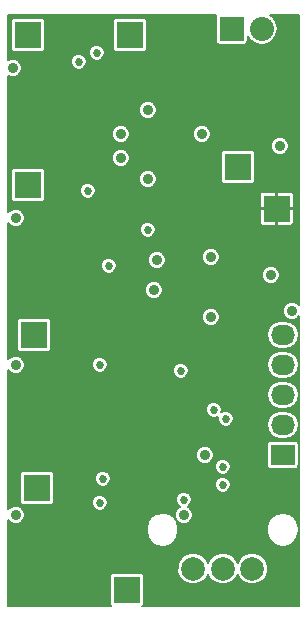
<source format=gbr>
G04 #@! TF.FileFunction,Copper,L2,Inr,Signal*
%FSLAX46Y46*%
G04 Gerber Fmt 4.6, Leading zero omitted, Abs format (unit mm)*
G04 Created by KiCad (PCBNEW 0.201505220134+5676~23~ubuntu14.04.1-product) date Mon 25 May 2015 02:30:49 PM EDT*
%MOMM*%
G01*
G04 APERTURE LIST*
%ADD10C,0.100000*%
%ADD11R,2.032000X2.032000*%
%ADD12O,2.032000X2.032000*%
%ADD13R,2.032000X1.727200*%
%ADD14O,2.032000X1.727200*%
%ADD15R,2.235200X2.235200*%
%ADD16C,2.000000*%
%ADD17C,0.889000*%
%ADD18C,0.685800*%
%ADD19C,0.152400*%
G04 APERTURE END LIST*
D10*
D11*
X97282000Y-69088000D03*
D12*
X99822000Y-69088000D03*
D13*
X101600000Y-105156000D03*
D14*
X101600000Y-102616000D03*
X101600000Y-100076000D03*
X101600000Y-97536000D03*
X101600000Y-94996000D03*
D15*
X88646000Y-69596000D03*
X101092000Y-84328000D03*
X97790000Y-80772000D03*
X88392000Y-116586000D03*
X80010000Y-69596000D03*
X80518000Y-94996000D03*
X80772000Y-107950000D03*
X80010000Y-82296000D03*
D16*
X99020000Y-114808000D03*
X96520000Y-114808000D03*
X94020000Y-114808000D03*
D17*
X93218000Y-110236000D03*
X102362000Y-92964000D03*
X101346000Y-78994000D03*
X94742000Y-77978000D03*
X94996000Y-105156000D03*
X100584000Y-89916000D03*
X92202000Y-113538000D03*
X102108000Y-72644000D03*
X99314000Y-76200000D03*
X94742000Y-80010000D03*
X94742000Y-89916000D03*
X96266000Y-105156000D03*
D18*
X85852000Y-71120000D03*
X84328000Y-71882000D03*
X92964000Y-98044000D03*
X86106000Y-97536000D03*
X86360000Y-107188000D03*
X86106000Y-109220000D03*
X96774000Y-102108000D03*
X90170000Y-86106000D03*
X85090000Y-82804000D03*
X86868000Y-89154000D03*
D17*
X87884000Y-77978000D03*
X90170000Y-75946000D03*
X87884000Y-80010000D03*
X90170000Y-81788000D03*
X78994000Y-85090000D03*
X78740000Y-72390000D03*
X78994000Y-110236000D03*
X78994000Y-97536000D03*
X90932000Y-88646000D03*
X90678000Y-91186000D03*
X95504000Y-88392000D03*
X95504000Y-93472000D03*
D18*
X95758000Y-101346000D03*
X96520000Y-107696000D03*
X93218000Y-108966000D03*
X96520000Y-106172000D03*
D19*
G36*
X102997800Y-117983800D02*
X102972574Y-117983800D01*
X102972574Y-102616000D01*
X102972574Y-100076000D01*
X102972574Y-97536000D01*
X102972574Y-94996000D01*
X102881701Y-94539153D01*
X102622918Y-94151856D01*
X102235621Y-93893073D01*
X101778774Y-93802200D01*
X101421226Y-93802200D01*
X101358834Y-93814610D01*
X101358834Y-89762579D01*
X101241141Y-89477741D01*
X101041200Y-89277450D01*
X101041200Y-85693250D01*
X101041200Y-84378800D01*
X101041200Y-84277200D01*
X101041200Y-82962750D01*
X100958650Y-82880200D01*
X99908719Y-82880200D01*
X99787357Y-82930470D01*
X99694470Y-83023357D01*
X99644200Y-83144719D01*
X99644200Y-83276081D01*
X99644200Y-84194650D01*
X99726750Y-84277200D01*
X101041200Y-84277200D01*
X101041200Y-84378800D01*
X99726750Y-84378800D01*
X99644200Y-84461350D01*
X99644200Y-85379919D01*
X99644200Y-85511281D01*
X99694470Y-85632643D01*
X99787357Y-85725530D01*
X99908719Y-85775800D01*
X100958650Y-85775800D01*
X101041200Y-85693250D01*
X101041200Y-89277450D01*
X101023405Y-89259624D01*
X100738773Y-89141435D01*
X100430579Y-89141166D01*
X100145741Y-89258859D01*
X99927624Y-89476595D01*
X99809435Y-89761227D01*
X99809166Y-90069421D01*
X99926859Y-90354259D01*
X100144595Y-90572376D01*
X100429227Y-90690565D01*
X100737421Y-90690834D01*
X101022259Y-90573141D01*
X101240376Y-90355405D01*
X101358565Y-90070773D01*
X101358834Y-89762579D01*
X101358834Y-93814610D01*
X100964379Y-93893073D01*
X100577082Y-94151856D01*
X100318299Y-94539153D01*
X100227426Y-94996000D01*
X100318299Y-95452847D01*
X100577082Y-95840144D01*
X100964379Y-96098927D01*
X101421226Y-96189800D01*
X101778774Y-96189800D01*
X102235621Y-96098927D01*
X102622918Y-95840144D01*
X102881701Y-95452847D01*
X102972574Y-94996000D01*
X102972574Y-97536000D01*
X102881701Y-97079153D01*
X102622918Y-96691856D01*
X102235621Y-96433073D01*
X101778774Y-96342200D01*
X101421226Y-96342200D01*
X100964379Y-96433073D01*
X100577082Y-96691856D01*
X100318299Y-97079153D01*
X100227426Y-97536000D01*
X100318299Y-97992847D01*
X100577082Y-98380144D01*
X100964379Y-98638927D01*
X101421226Y-98729800D01*
X101778774Y-98729800D01*
X102235621Y-98638927D01*
X102622918Y-98380144D01*
X102881701Y-97992847D01*
X102972574Y-97536000D01*
X102972574Y-100076000D01*
X102881701Y-99619153D01*
X102622918Y-99231856D01*
X102235621Y-98973073D01*
X101778774Y-98882200D01*
X101421226Y-98882200D01*
X100964379Y-98973073D01*
X100577082Y-99231856D01*
X100318299Y-99619153D01*
X100227426Y-100076000D01*
X100318299Y-100532847D01*
X100577082Y-100920144D01*
X100964379Y-101178927D01*
X101421226Y-101269800D01*
X101778774Y-101269800D01*
X102235621Y-101178927D01*
X102622918Y-100920144D01*
X102881701Y-100532847D01*
X102972574Y-100076000D01*
X102972574Y-102616000D01*
X102881701Y-102159153D01*
X102622918Y-101771856D01*
X102235621Y-101513073D01*
X101778774Y-101422200D01*
X101421226Y-101422200D01*
X100964379Y-101513073D01*
X100577082Y-101771856D01*
X100318299Y-102159153D01*
X100227426Y-102616000D01*
X100318299Y-103072847D01*
X100577082Y-103460144D01*
X100964379Y-103718927D01*
X101421226Y-103809800D01*
X101778774Y-103809800D01*
X102235621Y-103718927D01*
X102622918Y-103460144D01*
X102881701Y-103072847D01*
X102972574Y-102616000D01*
X102972574Y-117983800D01*
X102952669Y-117983800D01*
X102952669Y-106019600D01*
X102952669Y-104292400D01*
X102928241Y-104166496D01*
X102855550Y-104055838D01*
X102745813Y-103981764D01*
X102616000Y-103955731D01*
X100584000Y-103955731D01*
X100458096Y-103980159D01*
X100347438Y-104052850D01*
X100273364Y-104162587D01*
X100247331Y-104292400D01*
X100247331Y-106019600D01*
X100271759Y-106145504D01*
X100344450Y-106256162D01*
X100454187Y-106330236D01*
X100584000Y-106356269D01*
X102616000Y-106356269D01*
X102741904Y-106331841D01*
X102852562Y-106259150D01*
X102926636Y-106149413D01*
X102952669Y-106019600D01*
X102952669Y-117983800D01*
X102950200Y-117983800D01*
X102950200Y-111636019D01*
X102950200Y-111379981D01*
X102848945Y-110870935D01*
X102560593Y-110439388D01*
X102129046Y-110151036D01*
X101620000Y-110049781D01*
X101110954Y-110151036D01*
X100679407Y-110439388D01*
X100391055Y-110870935D01*
X100289800Y-111379981D01*
X100289800Y-111636019D01*
X100391055Y-112145065D01*
X100679407Y-112576612D01*
X101110954Y-112864964D01*
X101620000Y-112966219D01*
X102129046Y-112864964D01*
X102560593Y-112576612D01*
X102848945Y-112145065D01*
X102950200Y-111636019D01*
X102950200Y-117983800D01*
X100350430Y-117983800D01*
X100350430Y-114544568D01*
X100148346Y-114055487D01*
X99774481Y-113680969D01*
X99285754Y-113478032D01*
X99244269Y-113477995D01*
X99244269Y-81889600D01*
X99244269Y-79654400D01*
X99219841Y-79528496D01*
X99147150Y-79417838D01*
X99037413Y-79343764D01*
X98907600Y-79317731D01*
X96672400Y-79317731D01*
X96546496Y-79342159D01*
X96435838Y-79414850D01*
X96361764Y-79524587D01*
X96335731Y-79654400D01*
X96335731Y-81889600D01*
X96360159Y-82015504D01*
X96432850Y-82126162D01*
X96542587Y-82200236D01*
X96672400Y-82226269D01*
X98907600Y-82226269D01*
X99033504Y-82201841D01*
X99144162Y-82129150D01*
X99218236Y-82019413D01*
X99244269Y-81889600D01*
X99244269Y-113477995D01*
X98756568Y-113477570D01*
X98267487Y-113679654D01*
X97892969Y-114053519D01*
X97769948Y-114349786D01*
X97648346Y-114055487D01*
X97447217Y-113854006D01*
X97447217Y-101974699D01*
X97344959Y-101727217D01*
X97155778Y-101537706D01*
X96908475Y-101435017D01*
X96640699Y-101434783D01*
X96410451Y-101529919D01*
X96430983Y-101480475D01*
X96431217Y-101212699D01*
X96328959Y-100965217D01*
X96278834Y-100915004D01*
X96278834Y-93318579D01*
X96278834Y-88238579D01*
X96161141Y-87953741D01*
X95943405Y-87735624D01*
X95658773Y-87617435D01*
X95516834Y-87617311D01*
X95516834Y-77824579D01*
X95399141Y-77539741D01*
X95181405Y-77321624D01*
X94896773Y-77203435D01*
X94588579Y-77203166D01*
X94303741Y-77320859D01*
X94085624Y-77538595D01*
X93967435Y-77823227D01*
X93967166Y-78131421D01*
X94084859Y-78416259D01*
X94302595Y-78634376D01*
X94587227Y-78752565D01*
X94895421Y-78752834D01*
X95180259Y-78635141D01*
X95398376Y-78417405D01*
X95516565Y-78132773D01*
X95516834Y-77824579D01*
X95516834Y-87617311D01*
X95350579Y-87617166D01*
X95065741Y-87734859D01*
X94847624Y-87952595D01*
X94729435Y-88237227D01*
X94729166Y-88545421D01*
X94846859Y-88830259D01*
X95064595Y-89048376D01*
X95349227Y-89166565D01*
X95657421Y-89166834D01*
X95942259Y-89049141D01*
X96160376Y-88831405D01*
X96278565Y-88546773D01*
X96278834Y-88238579D01*
X96278834Y-93318579D01*
X96161141Y-93033741D01*
X95943405Y-92815624D01*
X95658773Y-92697435D01*
X95350579Y-92697166D01*
X95065741Y-92814859D01*
X94847624Y-93032595D01*
X94729435Y-93317227D01*
X94729166Y-93625421D01*
X94846859Y-93910259D01*
X95064595Y-94128376D01*
X95349227Y-94246565D01*
X95657421Y-94246834D01*
X95942259Y-94129141D01*
X96160376Y-93911405D01*
X96278565Y-93626773D01*
X96278834Y-93318579D01*
X96278834Y-100915004D01*
X96139778Y-100775706D01*
X95892475Y-100673017D01*
X95624699Y-100672783D01*
X95377217Y-100775041D01*
X95187706Y-100964222D01*
X95085017Y-101211525D01*
X95084783Y-101479301D01*
X95187041Y-101726783D01*
X95376222Y-101916294D01*
X95623525Y-102018983D01*
X95891301Y-102019217D01*
X96121548Y-101924080D01*
X96101017Y-101973525D01*
X96100783Y-102241301D01*
X96203041Y-102488783D01*
X96392222Y-102678294D01*
X96639525Y-102780983D01*
X96907301Y-102781217D01*
X97154783Y-102678959D01*
X97344294Y-102489778D01*
X97446983Y-102242475D01*
X97447217Y-101974699D01*
X97447217Y-113854006D01*
X97274481Y-113680969D01*
X97193217Y-113647225D01*
X97193217Y-107562699D01*
X97193217Y-106038699D01*
X97090959Y-105791217D01*
X96901778Y-105601706D01*
X96654475Y-105499017D01*
X96386699Y-105498783D01*
X96139217Y-105601041D01*
X95949706Y-105790222D01*
X95847017Y-106037525D01*
X95846783Y-106305301D01*
X95949041Y-106552783D01*
X96138222Y-106742294D01*
X96385525Y-106844983D01*
X96653301Y-106845217D01*
X96900783Y-106742959D01*
X97090294Y-106553778D01*
X97192983Y-106306475D01*
X97193217Y-106038699D01*
X97193217Y-107562699D01*
X97090959Y-107315217D01*
X96901778Y-107125706D01*
X96654475Y-107023017D01*
X96386699Y-107022783D01*
X96139217Y-107125041D01*
X95949706Y-107314222D01*
X95847017Y-107561525D01*
X95846783Y-107829301D01*
X95949041Y-108076783D01*
X96138222Y-108266294D01*
X96385525Y-108368983D01*
X96653301Y-108369217D01*
X96900783Y-108266959D01*
X97090294Y-108077778D01*
X97192983Y-107830475D01*
X97193217Y-107562699D01*
X97193217Y-113647225D01*
X96785754Y-113478032D01*
X96256568Y-113477570D01*
X95770834Y-113678271D01*
X95770834Y-105002579D01*
X95653141Y-104717741D01*
X95435405Y-104499624D01*
X95150773Y-104381435D01*
X94842579Y-104381166D01*
X94557741Y-104498859D01*
X94339624Y-104716595D01*
X94221435Y-105001227D01*
X94221166Y-105309421D01*
X94338859Y-105594259D01*
X94556595Y-105812376D01*
X94841227Y-105930565D01*
X95149421Y-105930834D01*
X95434259Y-105813141D01*
X95652376Y-105595405D01*
X95770565Y-105310773D01*
X95770834Y-105002579D01*
X95770834Y-113678271D01*
X95767487Y-113679654D01*
X95392969Y-114053519D01*
X95269948Y-114349786D01*
X95148346Y-114055487D01*
X94774481Y-113680969D01*
X94285754Y-113478032D01*
X93992834Y-113477776D01*
X93992834Y-110082579D01*
X93875141Y-109797741D01*
X93657405Y-109579624D01*
X93576665Y-109546097D01*
X93598783Y-109536959D01*
X93788294Y-109347778D01*
X93890983Y-109100475D01*
X93891217Y-108832699D01*
X93788959Y-108585217D01*
X93637217Y-108433210D01*
X93637217Y-97910699D01*
X93534959Y-97663217D01*
X93345778Y-97473706D01*
X93098475Y-97371017D01*
X92830699Y-97370783D01*
X92583217Y-97473041D01*
X92393706Y-97662222D01*
X92291017Y-97909525D01*
X92290783Y-98177301D01*
X92393041Y-98424783D01*
X92582222Y-98614294D01*
X92829525Y-98716983D01*
X93097301Y-98717217D01*
X93344783Y-98614959D01*
X93534294Y-98425778D01*
X93636983Y-98178475D01*
X93637217Y-97910699D01*
X93637217Y-108433210D01*
X93599778Y-108395706D01*
X93352475Y-108293017D01*
X93084699Y-108292783D01*
X92837217Y-108395041D01*
X92647706Y-108584222D01*
X92545017Y-108831525D01*
X92544783Y-109099301D01*
X92647041Y-109346783D01*
X92836222Y-109536294D01*
X92859431Y-109545931D01*
X92779741Y-109578859D01*
X92561624Y-109796595D01*
X92443435Y-110081227D01*
X92443166Y-110389421D01*
X92560859Y-110674259D01*
X92778595Y-110892376D01*
X93063227Y-111010565D01*
X93371421Y-111010834D01*
X93656259Y-110893141D01*
X93874376Y-110675405D01*
X93992565Y-110390773D01*
X93992834Y-110082579D01*
X93992834Y-113477776D01*
X93756568Y-113477570D01*
X93267487Y-113679654D01*
X92892969Y-114053519D01*
X92750200Y-114397345D01*
X92750200Y-111636019D01*
X92750200Y-111379981D01*
X92648945Y-110870935D01*
X92360593Y-110439388D01*
X91929046Y-110151036D01*
X91706834Y-110106835D01*
X91706834Y-88492579D01*
X91589141Y-88207741D01*
X91371405Y-87989624D01*
X91086773Y-87871435D01*
X90944834Y-87871311D01*
X90944834Y-81634579D01*
X90944834Y-75792579D01*
X90827141Y-75507741D01*
X90609405Y-75289624D01*
X90324773Y-75171435D01*
X90100269Y-75171239D01*
X90100269Y-70713600D01*
X90100269Y-68478400D01*
X90075841Y-68352496D01*
X90003150Y-68241838D01*
X89893413Y-68167764D01*
X89763600Y-68141731D01*
X87528400Y-68141731D01*
X87402496Y-68166159D01*
X87291838Y-68238850D01*
X87217764Y-68348587D01*
X87191731Y-68478400D01*
X87191731Y-70713600D01*
X87216159Y-70839504D01*
X87288850Y-70950162D01*
X87398587Y-71024236D01*
X87528400Y-71050269D01*
X89763600Y-71050269D01*
X89889504Y-71025841D01*
X90000162Y-70953150D01*
X90074236Y-70843413D01*
X90100269Y-70713600D01*
X90100269Y-75171239D01*
X90016579Y-75171166D01*
X89731741Y-75288859D01*
X89513624Y-75506595D01*
X89395435Y-75791227D01*
X89395166Y-76099421D01*
X89512859Y-76384259D01*
X89730595Y-76602376D01*
X90015227Y-76720565D01*
X90323421Y-76720834D01*
X90608259Y-76603141D01*
X90826376Y-76385405D01*
X90944565Y-76100773D01*
X90944834Y-75792579D01*
X90944834Y-81634579D01*
X90827141Y-81349741D01*
X90609405Y-81131624D01*
X90324773Y-81013435D01*
X90016579Y-81013166D01*
X89731741Y-81130859D01*
X89513624Y-81348595D01*
X89395435Y-81633227D01*
X89395166Y-81941421D01*
X89512859Y-82226259D01*
X89730595Y-82444376D01*
X90015227Y-82562565D01*
X90323421Y-82562834D01*
X90608259Y-82445141D01*
X90826376Y-82227405D01*
X90944565Y-81942773D01*
X90944834Y-81634579D01*
X90944834Y-87871311D01*
X90843217Y-87871222D01*
X90843217Y-85972699D01*
X90740959Y-85725217D01*
X90551778Y-85535706D01*
X90304475Y-85433017D01*
X90036699Y-85432783D01*
X89789217Y-85535041D01*
X89599706Y-85724222D01*
X89497017Y-85971525D01*
X89496783Y-86239301D01*
X89599041Y-86486783D01*
X89788222Y-86676294D01*
X90035525Y-86778983D01*
X90303301Y-86779217D01*
X90550783Y-86676959D01*
X90740294Y-86487778D01*
X90842983Y-86240475D01*
X90843217Y-85972699D01*
X90843217Y-87871222D01*
X90778579Y-87871166D01*
X90493741Y-87988859D01*
X90275624Y-88206595D01*
X90157435Y-88491227D01*
X90157166Y-88799421D01*
X90274859Y-89084259D01*
X90492595Y-89302376D01*
X90777227Y-89420565D01*
X91085421Y-89420834D01*
X91370259Y-89303141D01*
X91588376Y-89085405D01*
X91706565Y-88800773D01*
X91706834Y-88492579D01*
X91706834Y-110106835D01*
X91452834Y-110056312D01*
X91452834Y-91032579D01*
X91335141Y-90747741D01*
X91117405Y-90529624D01*
X90832773Y-90411435D01*
X90524579Y-90411166D01*
X90239741Y-90528859D01*
X90021624Y-90746595D01*
X89903435Y-91031227D01*
X89903166Y-91339421D01*
X90020859Y-91624259D01*
X90238595Y-91842376D01*
X90523227Y-91960565D01*
X90831421Y-91960834D01*
X91116259Y-91843141D01*
X91334376Y-91625405D01*
X91452565Y-91340773D01*
X91452834Y-91032579D01*
X91452834Y-110056312D01*
X91420000Y-110049781D01*
X90910954Y-110151036D01*
X90479407Y-110439388D01*
X90191055Y-110870935D01*
X90089800Y-111379981D01*
X90089800Y-111636019D01*
X90191055Y-112145065D01*
X90479407Y-112576612D01*
X90910954Y-112864964D01*
X91420000Y-112966219D01*
X91929046Y-112864964D01*
X92360593Y-112576612D01*
X92648945Y-112145065D01*
X92750200Y-111636019D01*
X92750200Y-114397345D01*
X92690032Y-114542246D01*
X92689570Y-115071432D01*
X92891654Y-115560513D01*
X93265519Y-115935031D01*
X93754246Y-116137968D01*
X94283432Y-116138430D01*
X94772513Y-115936346D01*
X95147031Y-115562481D01*
X95270051Y-115266213D01*
X95391654Y-115560513D01*
X95765519Y-115935031D01*
X96254246Y-116137968D01*
X96783432Y-116138430D01*
X97272513Y-115936346D01*
X97647031Y-115562481D01*
X97770051Y-115266213D01*
X97891654Y-115560513D01*
X98265519Y-115935031D01*
X98754246Y-116137968D01*
X99283432Y-116138430D01*
X99772513Y-115936346D01*
X100147031Y-115562481D01*
X100349968Y-115073754D01*
X100350430Y-114544568D01*
X100350430Y-117983800D01*
X89684280Y-117983800D01*
X89746162Y-117943150D01*
X89820236Y-117833413D01*
X89846269Y-117703600D01*
X89846269Y-115468400D01*
X89821841Y-115342496D01*
X89749150Y-115231838D01*
X89639413Y-115157764D01*
X89509600Y-115131731D01*
X88658834Y-115131731D01*
X88658834Y-79856579D01*
X88658834Y-77824579D01*
X88541141Y-77539741D01*
X88323405Y-77321624D01*
X88038773Y-77203435D01*
X87730579Y-77203166D01*
X87445741Y-77320859D01*
X87227624Y-77538595D01*
X87109435Y-77823227D01*
X87109166Y-78131421D01*
X87226859Y-78416259D01*
X87444595Y-78634376D01*
X87729227Y-78752565D01*
X88037421Y-78752834D01*
X88322259Y-78635141D01*
X88540376Y-78417405D01*
X88658565Y-78132773D01*
X88658834Y-77824579D01*
X88658834Y-79856579D01*
X88541141Y-79571741D01*
X88323405Y-79353624D01*
X88038773Y-79235435D01*
X87730579Y-79235166D01*
X87445741Y-79352859D01*
X87227624Y-79570595D01*
X87109435Y-79855227D01*
X87109166Y-80163421D01*
X87226859Y-80448259D01*
X87444595Y-80666376D01*
X87729227Y-80784565D01*
X88037421Y-80784834D01*
X88322259Y-80667141D01*
X88540376Y-80449405D01*
X88658565Y-80164773D01*
X88658834Y-79856579D01*
X88658834Y-115131731D01*
X87541217Y-115131731D01*
X87541217Y-89020699D01*
X87438959Y-88773217D01*
X87249778Y-88583706D01*
X87002475Y-88481017D01*
X86734699Y-88480783D01*
X86525217Y-88567339D01*
X86525217Y-70986699D01*
X86422959Y-70739217D01*
X86233778Y-70549706D01*
X85986475Y-70447017D01*
X85718699Y-70446783D01*
X85471217Y-70549041D01*
X85281706Y-70738222D01*
X85179017Y-70985525D01*
X85178783Y-71253301D01*
X85281041Y-71500783D01*
X85470222Y-71690294D01*
X85717525Y-71792983D01*
X85985301Y-71793217D01*
X86232783Y-71690959D01*
X86422294Y-71501778D01*
X86524983Y-71254475D01*
X86525217Y-70986699D01*
X86525217Y-88567339D01*
X86487217Y-88583041D01*
X86297706Y-88772222D01*
X86195017Y-89019525D01*
X86194783Y-89287301D01*
X86297041Y-89534783D01*
X86486222Y-89724294D01*
X86733525Y-89826983D01*
X87001301Y-89827217D01*
X87248783Y-89724959D01*
X87438294Y-89535778D01*
X87540983Y-89288475D01*
X87541217Y-89020699D01*
X87541217Y-115131731D01*
X87274400Y-115131731D01*
X87148496Y-115156159D01*
X87037838Y-115228850D01*
X87033217Y-115235695D01*
X87033217Y-107054699D01*
X86930959Y-106807217D01*
X86779217Y-106655210D01*
X86779217Y-97402699D01*
X86676959Y-97155217D01*
X86487778Y-96965706D01*
X86240475Y-96863017D01*
X85972699Y-96862783D01*
X85763217Y-96949339D01*
X85763217Y-82670699D01*
X85660959Y-82423217D01*
X85471778Y-82233706D01*
X85224475Y-82131017D01*
X85001217Y-82130821D01*
X85001217Y-71748699D01*
X84898959Y-71501217D01*
X84709778Y-71311706D01*
X84462475Y-71209017D01*
X84194699Y-71208783D01*
X83947217Y-71311041D01*
X83757706Y-71500222D01*
X83655017Y-71747525D01*
X83654783Y-72015301D01*
X83757041Y-72262783D01*
X83946222Y-72452294D01*
X84193525Y-72554983D01*
X84461301Y-72555217D01*
X84708783Y-72452959D01*
X84898294Y-72263778D01*
X85000983Y-72016475D01*
X85001217Y-71748699D01*
X85001217Y-82130821D01*
X84956699Y-82130783D01*
X84709217Y-82233041D01*
X84519706Y-82422222D01*
X84417017Y-82669525D01*
X84416783Y-82937301D01*
X84519041Y-83184783D01*
X84708222Y-83374294D01*
X84955525Y-83476983D01*
X85223301Y-83477217D01*
X85470783Y-83374959D01*
X85660294Y-83185778D01*
X85762983Y-82938475D01*
X85763217Y-82670699D01*
X85763217Y-96949339D01*
X85725217Y-96965041D01*
X85535706Y-97154222D01*
X85433017Y-97401525D01*
X85432783Y-97669301D01*
X85535041Y-97916783D01*
X85724222Y-98106294D01*
X85971525Y-98208983D01*
X86239301Y-98209217D01*
X86486783Y-98106959D01*
X86676294Y-97917778D01*
X86778983Y-97670475D01*
X86779217Y-97402699D01*
X86779217Y-106655210D01*
X86741778Y-106617706D01*
X86494475Y-106515017D01*
X86226699Y-106514783D01*
X85979217Y-106617041D01*
X85789706Y-106806222D01*
X85687017Y-107053525D01*
X85686783Y-107321301D01*
X85789041Y-107568783D01*
X85978222Y-107758294D01*
X86225525Y-107860983D01*
X86493301Y-107861217D01*
X86740783Y-107758959D01*
X86930294Y-107569778D01*
X87032983Y-107322475D01*
X87033217Y-107054699D01*
X87033217Y-115235695D01*
X86963764Y-115338587D01*
X86937731Y-115468400D01*
X86937731Y-117703600D01*
X86962159Y-117829504D01*
X87034850Y-117940162D01*
X87099497Y-117983800D01*
X86779217Y-117983800D01*
X86779217Y-109086699D01*
X86676959Y-108839217D01*
X86487778Y-108649706D01*
X86240475Y-108547017D01*
X85972699Y-108546783D01*
X85725217Y-108649041D01*
X85535706Y-108838222D01*
X85433017Y-109085525D01*
X85432783Y-109353301D01*
X85535041Y-109600783D01*
X85724222Y-109790294D01*
X85971525Y-109892983D01*
X86239301Y-109893217D01*
X86486783Y-109790959D01*
X86676294Y-109601778D01*
X86778983Y-109354475D01*
X86779217Y-109086699D01*
X86779217Y-117983800D01*
X82226269Y-117983800D01*
X82226269Y-109067600D01*
X82226269Y-106832400D01*
X82201841Y-106706496D01*
X82129150Y-106595838D01*
X82019413Y-106521764D01*
X81972269Y-106512309D01*
X81972269Y-96113600D01*
X81972269Y-93878400D01*
X81947841Y-93752496D01*
X81875150Y-93641838D01*
X81765413Y-93567764D01*
X81635600Y-93541731D01*
X81464269Y-93541731D01*
X81464269Y-83413600D01*
X81464269Y-81178400D01*
X81464269Y-70713600D01*
X81464269Y-68478400D01*
X81439841Y-68352496D01*
X81367150Y-68241838D01*
X81257413Y-68167764D01*
X81127600Y-68141731D01*
X78892400Y-68141731D01*
X78766496Y-68166159D01*
X78655838Y-68238850D01*
X78581764Y-68348587D01*
X78555731Y-68478400D01*
X78555731Y-70713600D01*
X78580159Y-70839504D01*
X78652850Y-70950162D01*
X78762587Y-71024236D01*
X78892400Y-71050269D01*
X81127600Y-71050269D01*
X81253504Y-71025841D01*
X81364162Y-70953150D01*
X81438236Y-70843413D01*
X81464269Y-70713600D01*
X81464269Y-81178400D01*
X81439841Y-81052496D01*
X81367150Y-80941838D01*
X81257413Y-80867764D01*
X81127600Y-80841731D01*
X78892400Y-80841731D01*
X78766496Y-80866159D01*
X78655838Y-80938850D01*
X78581764Y-81048587D01*
X78555731Y-81178400D01*
X78555731Y-83413600D01*
X78580159Y-83539504D01*
X78652850Y-83650162D01*
X78762587Y-83724236D01*
X78892400Y-83750269D01*
X81127600Y-83750269D01*
X81253504Y-83725841D01*
X81364162Y-83653150D01*
X81438236Y-83543413D01*
X81464269Y-83413600D01*
X81464269Y-93541731D01*
X79400400Y-93541731D01*
X79274496Y-93566159D01*
X79163838Y-93638850D01*
X79089764Y-93748587D01*
X79063731Y-93878400D01*
X79063731Y-96113600D01*
X79088159Y-96239504D01*
X79160850Y-96350162D01*
X79270587Y-96424236D01*
X79400400Y-96450269D01*
X81635600Y-96450269D01*
X81761504Y-96425841D01*
X81872162Y-96353150D01*
X81946236Y-96243413D01*
X81972269Y-96113600D01*
X81972269Y-106512309D01*
X81889600Y-106495731D01*
X79654400Y-106495731D01*
X79528496Y-106520159D01*
X79417838Y-106592850D01*
X79343764Y-106702587D01*
X79317731Y-106832400D01*
X79317731Y-109067600D01*
X79342159Y-109193504D01*
X79414850Y-109304162D01*
X79524587Y-109378236D01*
X79654400Y-109404269D01*
X81889600Y-109404269D01*
X82015504Y-109379841D01*
X82126162Y-109307150D01*
X82200236Y-109197413D01*
X82226269Y-109067600D01*
X82226269Y-117983800D01*
X78358200Y-117983800D01*
X78358200Y-110695637D01*
X78554595Y-110892376D01*
X78839227Y-111010565D01*
X79147421Y-111010834D01*
X79432259Y-110893141D01*
X79650376Y-110675405D01*
X79768565Y-110390773D01*
X79768834Y-110082579D01*
X79651141Y-109797741D01*
X79433405Y-109579624D01*
X79148773Y-109461435D01*
X78840579Y-109461166D01*
X78555741Y-109578859D01*
X78358200Y-109776054D01*
X78358200Y-97995637D01*
X78554595Y-98192376D01*
X78839227Y-98310565D01*
X79147421Y-98310834D01*
X79432259Y-98193141D01*
X79650376Y-97975405D01*
X79768565Y-97690773D01*
X79768834Y-97382579D01*
X79651141Y-97097741D01*
X79433405Y-96879624D01*
X79148773Y-96761435D01*
X78840579Y-96761166D01*
X78555741Y-96878859D01*
X78358200Y-97076054D01*
X78358200Y-85549637D01*
X78554595Y-85746376D01*
X78839227Y-85864565D01*
X79147421Y-85864834D01*
X79432259Y-85747141D01*
X79650376Y-85529405D01*
X79768565Y-85244773D01*
X79768834Y-84936579D01*
X79651141Y-84651741D01*
X79433405Y-84433624D01*
X79148773Y-84315435D01*
X78840579Y-84315166D01*
X78555741Y-84432859D01*
X78358200Y-84630054D01*
X78358200Y-73070295D01*
X78585227Y-73164565D01*
X78893421Y-73164834D01*
X79178259Y-73047141D01*
X79396376Y-72829405D01*
X79514565Y-72544773D01*
X79514834Y-72236579D01*
X79397141Y-71951741D01*
X79179405Y-71733624D01*
X78894773Y-71615435D01*
X78586579Y-71615166D01*
X78358200Y-71709530D01*
X78358200Y-67944200D01*
X95954960Y-67944200D01*
X95929331Y-68072000D01*
X95929331Y-70104000D01*
X95953759Y-70229904D01*
X96026450Y-70340562D01*
X96136187Y-70414636D01*
X96266000Y-70440669D01*
X98298000Y-70440669D01*
X98423904Y-70416241D01*
X98534562Y-70343550D01*
X98608636Y-70233813D01*
X98634669Y-70104000D01*
X98634669Y-69713944D01*
X98870093Y-70066281D01*
X99306832Y-70358101D01*
X99822000Y-70460574D01*
X100337168Y-70358101D01*
X100773907Y-70066281D01*
X101065727Y-69629542D01*
X101168200Y-69114374D01*
X101168200Y-69061626D01*
X101065727Y-68546458D01*
X100773907Y-68109719D01*
X100526190Y-67944200D01*
X102997800Y-67944200D01*
X102997800Y-92504362D01*
X102801405Y-92307624D01*
X102539800Y-92198996D01*
X102539800Y-85511281D01*
X102539800Y-85379919D01*
X102539800Y-84461350D01*
X102539800Y-84194650D01*
X102539800Y-83276081D01*
X102539800Y-83144719D01*
X102489530Y-83023357D01*
X102396643Y-82930470D01*
X102275281Y-82880200D01*
X102120834Y-82880200D01*
X102120834Y-78840579D01*
X102003141Y-78555741D01*
X101785405Y-78337624D01*
X101500773Y-78219435D01*
X101192579Y-78219166D01*
X100907741Y-78336859D01*
X100689624Y-78554595D01*
X100571435Y-78839227D01*
X100571166Y-79147421D01*
X100688859Y-79432259D01*
X100906595Y-79650376D01*
X101191227Y-79768565D01*
X101499421Y-79768834D01*
X101784259Y-79651141D01*
X102002376Y-79433405D01*
X102120565Y-79148773D01*
X102120834Y-78840579D01*
X102120834Y-82880200D01*
X101225350Y-82880200D01*
X101142800Y-82962750D01*
X101142800Y-84277200D01*
X102457250Y-84277200D01*
X102539800Y-84194650D01*
X102539800Y-84461350D01*
X102457250Y-84378800D01*
X101142800Y-84378800D01*
X101142800Y-85693250D01*
X101225350Y-85775800D01*
X102275281Y-85775800D01*
X102396643Y-85725530D01*
X102489530Y-85632643D01*
X102539800Y-85511281D01*
X102539800Y-92198996D01*
X102516773Y-92189435D01*
X102208579Y-92189166D01*
X101923741Y-92306859D01*
X101705624Y-92524595D01*
X101587435Y-92809227D01*
X101587166Y-93117421D01*
X101704859Y-93402259D01*
X101922595Y-93620376D01*
X102207227Y-93738565D01*
X102515421Y-93738834D01*
X102800259Y-93621141D01*
X102997800Y-93423945D01*
X102997800Y-117983800D01*
X102997800Y-117983800D01*
G37*
X102997800Y-117983800D02*
X102972574Y-117983800D01*
X102972574Y-102616000D01*
X102972574Y-100076000D01*
X102972574Y-97536000D01*
X102972574Y-94996000D01*
X102881701Y-94539153D01*
X102622918Y-94151856D01*
X102235621Y-93893073D01*
X101778774Y-93802200D01*
X101421226Y-93802200D01*
X101358834Y-93814610D01*
X101358834Y-89762579D01*
X101241141Y-89477741D01*
X101041200Y-89277450D01*
X101041200Y-85693250D01*
X101041200Y-84378800D01*
X101041200Y-84277200D01*
X101041200Y-82962750D01*
X100958650Y-82880200D01*
X99908719Y-82880200D01*
X99787357Y-82930470D01*
X99694470Y-83023357D01*
X99644200Y-83144719D01*
X99644200Y-83276081D01*
X99644200Y-84194650D01*
X99726750Y-84277200D01*
X101041200Y-84277200D01*
X101041200Y-84378800D01*
X99726750Y-84378800D01*
X99644200Y-84461350D01*
X99644200Y-85379919D01*
X99644200Y-85511281D01*
X99694470Y-85632643D01*
X99787357Y-85725530D01*
X99908719Y-85775800D01*
X100958650Y-85775800D01*
X101041200Y-85693250D01*
X101041200Y-89277450D01*
X101023405Y-89259624D01*
X100738773Y-89141435D01*
X100430579Y-89141166D01*
X100145741Y-89258859D01*
X99927624Y-89476595D01*
X99809435Y-89761227D01*
X99809166Y-90069421D01*
X99926859Y-90354259D01*
X100144595Y-90572376D01*
X100429227Y-90690565D01*
X100737421Y-90690834D01*
X101022259Y-90573141D01*
X101240376Y-90355405D01*
X101358565Y-90070773D01*
X101358834Y-89762579D01*
X101358834Y-93814610D01*
X100964379Y-93893073D01*
X100577082Y-94151856D01*
X100318299Y-94539153D01*
X100227426Y-94996000D01*
X100318299Y-95452847D01*
X100577082Y-95840144D01*
X100964379Y-96098927D01*
X101421226Y-96189800D01*
X101778774Y-96189800D01*
X102235621Y-96098927D01*
X102622918Y-95840144D01*
X102881701Y-95452847D01*
X102972574Y-94996000D01*
X102972574Y-97536000D01*
X102881701Y-97079153D01*
X102622918Y-96691856D01*
X102235621Y-96433073D01*
X101778774Y-96342200D01*
X101421226Y-96342200D01*
X100964379Y-96433073D01*
X100577082Y-96691856D01*
X100318299Y-97079153D01*
X100227426Y-97536000D01*
X100318299Y-97992847D01*
X100577082Y-98380144D01*
X100964379Y-98638927D01*
X101421226Y-98729800D01*
X101778774Y-98729800D01*
X102235621Y-98638927D01*
X102622918Y-98380144D01*
X102881701Y-97992847D01*
X102972574Y-97536000D01*
X102972574Y-100076000D01*
X102881701Y-99619153D01*
X102622918Y-99231856D01*
X102235621Y-98973073D01*
X101778774Y-98882200D01*
X101421226Y-98882200D01*
X100964379Y-98973073D01*
X100577082Y-99231856D01*
X100318299Y-99619153D01*
X100227426Y-100076000D01*
X100318299Y-100532847D01*
X100577082Y-100920144D01*
X100964379Y-101178927D01*
X101421226Y-101269800D01*
X101778774Y-101269800D01*
X102235621Y-101178927D01*
X102622918Y-100920144D01*
X102881701Y-100532847D01*
X102972574Y-100076000D01*
X102972574Y-102616000D01*
X102881701Y-102159153D01*
X102622918Y-101771856D01*
X102235621Y-101513073D01*
X101778774Y-101422200D01*
X101421226Y-101422200D01*
X100964379Y-101513073D01*
X100577082Y-101771856D01*
X100318299Y-102159153D01*
X100227426Y-102616000D01*
X100318299Y-103072847D01*
X100577082Y-103460144D01*
X100964379Y-103718927D01*
X101421226Y-103809800D01*
X101778774Y-103809800D01*
X102235621Y-103718927D01*
X102622918Y-103460144D01*
X102881701Y-103072847D01*
X102972574Y-102616000D01*
X102972574Y-117983800D01*
X102952669Y-117983800D01*
X102952669Y-106019600D01*
X102952669Y-104292400D01*
X102928241Y-104166496D01*
X102855550Y-104055838D01*
X102745813Y-103981764D01*
X102616000Y-103955731D01*
X100584000Y-103955731D01*
X100458096Y-103980159D01*
X100347438Y-104052850D01*
X100273364Y-104162587D01*
X100247331Y-104292400D01*
X100247331Y-106019600D01*
X100271759Y-106145504D01*
X100344450Y-106256162D01*
X100454187Y-106330236D01*
X100584000Y-106356269D01*
X102616000Y-106356269D01*
X102741904Y-106331841D01*
X102852562Y-106259150D01*
X102926636Y-106149413D01*
X102952669Y-106019600D01*
X102952669Y-117983800D01*
X102950200Y-117983800D01*
X102950200Y-111636019D01*
X102950200Y-111379981D01*
X102848945Y-110870935D01*
X102560593Y-110439388D01*
X102129046Y-110151036D01*
X101620000Y-110049781D01*
X101110954Y-110151036D01*
X100679407Y-110439388D01*
X100391055Y-110870935D01*
X100289800Y-111379981D01*
X100289800Y-111636019D01*
X100391055Y-112145065D01*
X100679407Y-112576612D01*
X101110954Y-112864964D01*
X101620000Y-112966219D01*
X102129046Y-112864964D01*
X102560593Y-112576612D01*
X102848945Y-112145065D01*
X102950200Y-111636019D01*
X102950200Y-117983800D01*
X100350430Y-117983800D01*
X100350430Y-114544568D01*
X100148346Y-114055487D01*
X99774481Y-113680969D01*
X99285754Y-113478032D01*
X99244269Y-113477995D01*
X99244269Y-81889600D01*
X99244269Y-79654400D01*
X99219841Y-79528496D01*
X99147150Y-79417838D01*
X99037413Y-79343764D01*
X98907600Y-79317731D01*
X96672400Y-79317731D01*
X96546496Y-79342159D01*
X96435838Y-79414850D01*
X96361764Y-79524587D01*
X96335731Y-79654400D01*
X96335731Y-81889600D01*
X96360159Y-82015504D01*
X96432850Y-82126162D01*
X96542587Y-82200236D01*
X96672400Y-82226269D01*
X98907600Y-82226269D01*
X99033504Y-82201841D01*
X99144162Y-82129150D01*
X99218236Y-82019413D01*
X99244269Y-81889600D01*
X99244269Y-113477995D01*
X98756568Y-113477570D01*
X98267487Y-113679654D01*
X97892969Y-114053519D01*
X97769948Y-114349786D01*
X97648346Y-114055487D01*
X97447217Y-113854006D01*
X97447217Y-101974699D01*
X97344959Y-101727217D01*
X97155778Y-101537706D01*
X96908475Y-101435017D01*
X96640699Y-101434783D01*
X96410451Y-101529919D01*
X96430983Y-101480475D01*
X96431217Y-101212699D01*
X96328959Y-100965217D01*
X96278834Y-100915004D01*
X96278834Y-93318579D01*
X96278834Y-88238579D01*
X96161141Y-87953741D01*
X95943405Y-87735624D01*
X95658773Y-87617435D01*
X95516834Y-87617311D01*
X95516834Y-77824579D01*
X95399141Y-77539741D01*
X95181405Y-77321624D01*
X94896773Y-77203435D01*
X94588579Y-77203166D01*
X94303741Y-77320859D01*
X94085624Y-77538595D01*
X93967435Y-77823227D01*
X93967166Y-78131421D01*
X94084859Y-78416259D01*
X94302595Y-78634376D01*
X94587227Y-78752565D01*
X94895421Y-78752834D01*
X95180259Y-78635141D01*
X95398376Y-78417405D01*
X95516565Y-78132773D01*
X95516834Y-77824579D01*
X95516834Y-87617311D01*
X95350579Y-87617166D01*
X95065741Y-87734859D01*
X94847624Y-87952595D01*
X94729435Y-88237227D01*
X94729166Y-88545421D01*
X94846859Y-88830259D01*
X95064595Y-89048376D01*
X95349227Y-89166565D01*
X95657421Y-89166834D01*
X95942259Y-89049141D01*
X96160376Y-88831405D01*
X96278565Y-88546773D01*
X96278834Y-88238579D01*
X96278834Y-93318579D01*
X96161141Y-93033741D01*
X95943405Y-92815624D01*
X95658773Y-92697435D01*
X95350579Y-92697166D01*
X95065741Y-92814859D01*
X94847624Y-93032595D01*
X94729435Y-93317227D01*
X94729166Y-93625421D01*
X94846859Y-93910259D01*
X95064595Y-94128376D01*
X95349227Y-94246565D01*
X95657421Y-94246834D01*
X95942259Y-94129141D01*
X96160376Y-93911405D01*
X96278565Y-93626773D01*
X96278834Y-93318579D01*
X96278834Y-100915004D01*
X96139778Y-100775706D01*
X95892475Y-100673017D01*
X95624699Y-100672783D01*
X95377217Y-100775041D01*
X95187706Y-100964222D01*
X95085017Y-101211525D01*
X95084783Y-101479301D01*
X95187041Y-101726783D01*
X95376222Y-101916294D01*
X95623525Y-102018983D01*
X95891301Y-102019217D01*
X96121548Y-101924080D01*
X96101017Y-101973525D01*
X96100783Y-102241301D01*
X96203041Y-102488783D01*
X96392222Y-102678294D01*
X96639525Y-102780983D01*
X96907301Y-102781217D01*
X97154783Y-102678959D01*
X97344294Y-102489778D01*
X97446983Y-102242475D01*
X97447217Y-101974699D01*
X97447217Y-113854006D01*
X97274481Y-113680969D01*
X97193217Y-113647225D01*
X97193217Y-107562699D01*
X97193217Y-106038699D01*
X97090959Y-105791217D01*
X96901778Y-105601706D01*
X96654475Y-105499017D01*
X96386699Y-105498783D01*
X96139217Y-105601041D01*
X95949706Y-105790222D01*
X95847017Y-106037525D01*
X95846783Y-106305301D01*
X95949041Y-106552783D01*
X96138222Y-106742294D01*
X96385525Y-106844983D01*
X96653301Y-106845217D01*
X96900783Y-106742959D01*
X97090294Y-106553778D01*
X97192983Y-106306475D01*
X97193217Y-106038699D01*
X97193217Y-107562699D01*
X97090959Y-107315217D01*
X96901778Y-107125706D01*
X96654475Y-107023017D01*
X96386699Y-107022783D01*
X96139217Y-107125041D01*
X95949706Y-107314222D01*
X95847017Y-107561525D01*
X95846783Y-107829301D01*
X95949041Y-108076783D01*
X96138222Y-108266294D01*
X96385525Y-108368983D01*
X96653301Y-108369217D01*
X96900783Y-108266959D01*
X97090294Y-108077778D01*
X97192983Y-107830475D01*
X97193217Y-107562699D01*
X97193217Y-113647225D01*
X96785754Y-113478032D01*
X96256568Y-113477570D01*
X95770834Y-113678271D01*
X95770834Y-105002579D01*
X95653141Y-104717741D01*
X95435405Y-104499624D01*
X95150773Y-104381435D01*
X94842579Y-104381166D01*
X94557741Y-104498859D01*
X94339624Y-104716595D01*
X94221435Y-105001227D01*
X94221166Y-105309421D01*
X94338859Y-105594259D01*
X94556595Y-105812376D01*
X94841227Y-105930565D01*
X95149421Y-105930834D01*
X95434259Y-105813141D01*
X95652376Y-105595405D01*
X95770565Y-105310773D01*
X95770834Y-105002579D01*
X95770834Y-113678271D01*
X95767487Y-113679654D01*
X95392969Y-114053519D01*
X95269948Y-114349786D01*
X95148346Y-114055487D01*
X94774481Y-113680969D01*
X94285754Y-113478032D01*
X93992834Y-113477776D01*
X93992834Y-110082579D01*
X93875141Y-109797741D01*
X93657405Y-109579624D01*
X93576665Y-109546097D01*
X93598783Y-109536959D01*
X93788294Y-109347778D01*
X93890983Y-109100475D01*
X93891217Y-108832699D01*
X93788959Y-108585217D01*
X93637217Y-108433210D01*
X93637217Y-97910699D01*
X93534959Y-97663217D01*
X93345778Y-97473706D01*
X93098475Y-97371017D01*
X92830699Y-97370783D01*
X92583217Y-97473041D01*
X92393706Y-97662222D01*
X92291017Y-97909525D01*
X92290783Y-98177301D01*
X92393041Y-98424783D01*
X92582222Y-98614294D01*
X92829525Y-98716983D01*
X93097301Y-98717217D01*
X93344783Y-98614959D01*
X93534294Y-98425778D01*
X93636983Y-98178475D01*
X93637217Y-97910699D01*
X93637217Y-108433210D01*
X93599778Y-108395706D01*
X93352475Y-108293017D01*
X93084699Y-108292783D01*
X92837217Y-108395041D01*
X92647706Y-108584222D01*
X92545017Y-108831525D01*
X92544783Y-109099301D01*
X92647041Y-109346783D01*
X92836222Y-109536294D01*
X92859431Y-109545931D01*
X92779741Y-109578859D01*
X92561624Y-109796595D01*
X92443435Y-110081227D01*
X92443166Y-110389421D01*
X92560859Y-110674259D01*
X92778595Y-110892376D01*
X93063227Y-111010565D01*
X93371421Y-111010834D01*
X93656259Y-110893141D01*
X93874376Y-110675405D01*
X93992565Y-110390773D01*
X93992834Y-110082579D01*
X93992834Y-113477776D01*
X93756568Y-113477570D01*
X93267487Y-113679654D01*
X92892969Y-114053519D01*
X92750200Y-114397345D01*
X92750200Y-111636019D01*
X92750200Y-111379981D01*
X92648945Y-110870935D01*
X92360593Y-110439388D01*
X91929046Y-110151036D01*
X91706834Y-110106835D01*
X91706834Y-88492579D01*
X91589141Y-88207741D01*
X91371405Y-87989624D01*
X91086773Y-87871435D01*
X90944834Y-87871311D01*
X90944834Y-81634579D01*
X90944834Y-75792579D01*
X90827141Y-75507741D01*
X90609405Y-75289624D01*
X90324773Y-75171435D01*
X90100269Y-75171239D01*
X90100269Y-70713600D01*
X90100269Y-68478400D01*
X90075841Y-68352496D01*
X90003150Y-68241838D01*
X89893413Y-68167764D01*
X89763600Y-68141731D01*
X87528400Y-68141731D01*
X87402496Y-68166159D01*
X87291838Y-68238850D01*
X87217764Y-68348587D01*
X87191731Y-68478400D01*
X87191731Y-70713600D01*
X87216159Y-70839504D01*
X87288850Y-70950162D01*
X87398587Y-71024236D01*
X87528400Y-71050269D01*
X89763600Y-71050269D01*
X89889504Y-71025841D01*
X90000162Y-70953150D01*
X90074236Y-70843413D01*
X90100269Y-70713600D01*
X90100269Y-75171239D01*
X90016579Y-75171166D01*
X89731741Y-75288859D01*
X89513624Y-75506595D01*
X89395435Y-75791227D01*
X89395166Y-76099421D01*
X89512859Y-76384259D01*
X89730595Y-76602376D01*
X90015227Y-76720565D01*
X90323421Y-76720834D01*
X90608259Y-76603141D01*
X90826376Y-76385405D01*
X90944565Y-76100773D01*
X90944834Y-75792579D01*
X90944834Y-81634579D01*
X90827141Y-81349741D01*
X90609405Y-81131624D01*
X90324773Y-81013435D01*
X90016579Y-81013166D01*
X89731741Y-81130859D01*
X89513624Y-81348595D01*
X89395435Y-81633227D01*
X89395166Y-81941421D01*
X89512859Y-82226259D01*
X89730595Y-82444376D01*
X90015227Y-82562565D01*
X90323421Y-82562834D01*
X90608259Y-82445141D01*
X90826376Y-82227405D01*
X90944565Y-81942773D01*
X90944834Y-81634579D01*
X90944834Y-87871311D01*
X90843217Y-87871222D01*
X90843217Y-85972699D01*
X90740959Y-85725217D01*
X90551778Y-85535706D01*
X90304475Y-85433017D01*
X90036699Y-85432783D01*
X89789217Y-85535041D01*
X89599706Y-85724222D01*
X89497017Y-85971525D01*
X89496783Y-86239301D01*
X89599041Y-86486783D01*
X89788222Y-86676294D01*
X90035525Y-86778983D01*
X90303301Y-86779217D01*
X90550783Y-86676959D01*
X90740294Y-86487778D01*
X90842983Y-86240475D01*
X90843217Y-85972699D01*
X90843217Y-87871222D01*
X90778579Y-87871166D01*
X90493741Y-87988859D01*
X90275624Y-88206595D01*
X90157435Y-88491227D01*
X90157166Y-88799421D01*
X90274859Y-89084259D01*
X90492595Y-89302376D01*
X90777227Y-89420565D01*
X91085421Y-89420834D01*
X91370259Y-89303141D01*
X91588376Y-89085405D01*
X91706565Y-88800773D01*
X91706834Y-88492579D01*
X91706834Y-110106835D01*
X91452834Y-110056312D01*
X91452834Y-91032579D01*
X91335141Y-90747741D01*
X91117405Y-90529624D01*
X90832773Y-90411435D01*
X90524579Y-90411166D01*
X90239741Y-90528859D01*
X90021624Y-90746595D01*
X89903435Y-91031227D01*
X89903166Y-91339421D01*
X90020859Y-91624259D01*
X90238595Y-91842376D01*
X90523227Y-91960565D01*
X90831421Y-91960834D01*
X91116259Y-91843141D01*
X91334376Y-91625405D01*
X91452565Y-91340773D01*
X91452834Y-91032579D01*
X91452834Y-110056312D01*
X91420000Y-110049781D01*
X90910954Y-110151036D01*
X90479407Y-110439388D01*
X90191055Y-110870935D01*
X90089800Y-111379981D01*
X90089800Y-111636019D01*
X90191055Y-112145065D01*
X90479407Y-112576612D01*
X90910954Y-112864964D01*
X91420000Y-112966219D01*
X91929046Y-112864964D01*
X92360593Y-112576612D01*
X92648945Y-112145065D01*
X92750200Y-111636019D01*
X92750200Y-114397345D01*
X92690032Y-114542246D01*
X92689570Y-115071432D01*
X92891654Y-115560513D01*
X93265519Y-115935031D01*
X93754246Y-116137968D01*
X94283432Y-116138430D01*
X94772513Y-115936346D01*
X95147031Y-115562481D01*
X95270051Y-115266213D01*
X95391654Y-115560513D01*
X95765519Y-115935031D01*
X96254246Y-116137968D01*
X96783432Y-116138430D01*
X97272513Y-115936346D01*
X97647031Y-115562481D01*
X97770051Y-115266213D01*
X97891654Y-115560513D01*
X98265519Y-115935031D01*
X98754246Y-116137968D01*
X99283432Y-116138430D01*
X99772513Y-115936346D01*
X100147031Y-115562481D01*
X100349968Y-115073754D01*
X100350430Y-114544568D01*
X100350430Y-117983800D01*
X89684280Y-117983800D01*
X89746162Y-117943150D01*
X89820236Y-117833413D01*
X89846269Y-117703600D01*
X89846269Y-115468400D01*
X89821841Y-115342496D01*
X89749150Y-115231838D01*
X89639413Y-115157764D01*
X89509600Y-115131731D01*
X88658834Y-115131731D01*
X88658834Y-79856579D01*
X88658834Y-77824579D01*
X88541141Y-77539741D01*
X88323405Y-77321624D01*
X88038773Y-77203435D01*
X87730579Y-77203166D01*
X87445741Y-77320859D01*
X87227624Y-77538595D01*
X87109435Y-77823227D01*
X87109166Y-78131421D01*
X87226859Y-78416259D01*
X87444595Y-78634376D01*
X87729227Y-78752565D01*
X88037421Y-78752834D01*
X88322259Y-78635141D01*
X88540376Y-78417405D01*
X88658565Y-78132773D01*
X88658834Y-77824579D01*
X88658834Y-79856579D01*
X88541141Y-79571741D01*
X88323405Y-79353624D01*
X88038773Y-79235435D01*
X87730579Y-79235166D01*
X87445741Y-79352859D01*
X87227624Y-79570595D01*
X87109435Y-79855227D01*
X87109166Y-80163421D01*
X87226859Y-80448259D01*
X87444595Y-80666376D01*
X87729227Y-80784565D01*
X88037421Y-80784834D01*
X88322259Y-80667141D01*
X88540376Y-80449405D01*
X88658565Y-80164773D01*
X88658834Y-79856579D01*
X88658834Y-115131731D01*
X87541217Y-115131731D01*
X87541217Y-89020699D01*
X87438959Y-88773217D01*
X87249778Y-88583706D01*
X87002475Y-88481017D01*
X86734699Y-88480783D01*
X86525217Y-88567339D01*
X86525217Y-70986699D01*
X86422959Y-70739217D01*
X86233778Y-70549706D01*
X85986475Y-70447017D01*
X85718699Y-70446783D01*
X85471217Y-70549041D01*
X85281706Y-70738222D01*
X85179017Y-70985525D01*
X85178783Y-71253301D01*
X85281041Y-71500783D01*
X85470222Y-71690294D01*
X85717525Y-71792983D01*
X85985301Y-71793217D01*
X86232783Y-71690959D01*
X86422294Y-71501778D01*
X86524983Y-71254475D01*
X86525217Y-70986699D01*
X86525217Y-88567339D01*
X86487217Y-88583041D01*
X86297706Y-88772222D01*
X86195017Y-89019525D01*
X86194783Y-89287301D01*
X86297041Y-89534783D01*
X86486222Y-89724294D01*
X86733525Y-89826983D01*
X87001301Y-89827217D01*
X87248783Y-89724959D01*
X87438294Y-89535778D01*
X87540983Y-89288475D01*
X87541217Y-89020699D01*
X87541217Y-115131731D01*
X87274400Y-115131731D01*
X87148496Y-115156159D01*
X87037838Y-115228850D01*
X87033217Y-115235695D01*
X87033217Y-107054699D01*
X86930959Y-106807217D01*
X86779217Y-106655210D01*
X86779217Y-97402699D01*
X86676959Y-97155217D01*
X86487778Y-96965706D01*
X86240475Y-96863017D01*
X85972699Y-96862783D01*
X85763217Y-96949339D01*
X85763217Y-82670699D01*
X85660959Y-82423217D01*
X85471778Y-82233706D01*
X85224475Y-82131017D01*
X85001217Y-82130821D01*
X85001217Y-71748699D01*
X84898959Y-71501217D01*
X84709778Y-71311706D01*
X84462475Y-71209017D01*
X84194699Y-71208783D01*
X83947217Y-71311041D01*
X83757706Y-71500222D01*
X83655017Y-71747525D01*
X83654783Y-72015301D01*
X83757041Y-72262783D01*
X83946222Y-72452294D01*
X84193525Y-72554983D01*
X84461301Y-72555217D01*
X84708783Y-72452959D01*
X84898294Y-72263778D01*
X85000983Y-72016475D01*
X85001217Y-71748699D01*
X85001217Y-82130821D01*
X84956699Y-82130783D01*
X84709217Y-82233041D01*
X84519706Y-82422222D01*
X84417017Y-82669525D01*
X84416783Y-82937301D01*
X84519041Y-83184783D01*
X84708222Y-83374294D01*
X84955525Y-83476983D01*
X85223301Y-83477217D01*
X85470783Y-83374959D01*
X85660294Y-83185778D01*
X85762983Y-82938475D01*
X85763217Y-82670699D01*
X85763217Y-96949339D01*
X85725217Y-96965041D01*
X85535706Y-97154222D01*
X85433017Y-97401525D01*
X85432783Y-97669301D01*
X85535041Y-97916783D01*
X85724222Y-98106294D01*
X85971525Y-98208983D01*
X86239301Y-98209217D01*
X86486783Y-98106959D01*
X86676294Y-97917778D01*
X86778983Y-97670475D01*
X86779217Y-97402699D01*
X86779217Y-106655210D01*
X86741778Y-106617706D01*
X86494475Y-106515017D01*
X86226699Y-106514783D01*
X85979217Y-106617041D01*
X85789706Y-106806222D01*
X85687017Y-107053525D01*
X85686783Y-107321301D01*
X85789041Y-107568783D01*
X85978222Y-107758294D01*
X86225525Y-107860983D01*
X86493301Y-107861217D01*
X86740783Y-107758959D01*
X86930294Y-107569778D01*
X87032983Y-107322475D01*
X87033217Y-107054699D01*
X87033217Y-115235695D01*
X86963764Y-115338587D01*
X86937731Y-115468400D01*
X86937731Y-117703600D01*
X86962159Y-117829504D01*
X87034850Y-117940162D01*
X87099497Y-117983800D01*
X86779217Y-117983800D01*
X86779217Y-109086699D01*
X86676959Y-108839217D01*
X86487778Y-108649706D01*
X86240475Y-108547017D01*
X85972699Y-108546783D01*
X85725217Y-108649041D01*
X85535706Y-108838222D01*
X85433017Y-109085525D01*
X85432783Y-109353301D01*
X85535041Y-109600783D01*
X85724222Y-109790294D01*
X85971525Y-109892983D01*
X86239301Y-109893217D01*
X86486783Y-109790959D01*
X86676294Y-109601778D01*
X86778983Y-109354475D01*
X86779217Y-109086699D01*
X86779217Y-117983800D01*
X82226269Y-117983800D01*
X82226269Y-109067600D01*
X82226269Y-106832400D01*
X82201841Y-106706496D01*
X82129150Y-106595838D01*
X82019413Y-106521764D01*
X81972269Y-106512309D01*
X81972269Y-96113600D01*
X81972269Y-93878400D01*
X81947841Y-93752496D01*
X81875150Y-93641838D01*
X81765413Y-93567764D01*
X81635600Y-93541731D01*
X81464269Y-93541731D01*
X81464269Y-83413600D01*
X81464269Y-81178400D01*
X81464269Y-70713600D01*
X81464269Y-68478400D01*
X81439841Y-68352496D01*
X81367150Y-68241838D01*
X81257413Y-68167764D01*
X81127600Y-68141731D01*
X78892400Y-68141731D01*
X78766496Y-68166159D01*
X78655838Y-68238850D01*
X78581764Y-68348587D01*
X78555731Y-68478400D01*
X78555731Y-70713600D01*
X78580159Y-70839504D01*
X78652850Y-70950162D01*
X78762587Y-71024236D01*
X78892400Y-71050269D01*
X81127600Y-71050269D01*
X81253504Y-71025841D01*
X81364162Y-70953150D01*
X81438236Y-70843413D01*
X81464269Y-70713600D01*
X81464269Y-81178400D01*
X81439841Y-81052496D01*
X81367150Y-80941838D01*
X81257413Y-80867764D01*
X81127600Y-80841731D01*
X78892400Y-80841731D01*
X78766496Y-80866159D01*
X78655838Y-80938850D01*
X78581764Y-81048587D01*
X78555731Y-81178400D01*
X78555731Y-83413600D01*
X78580159Y-83539504D01*
X78652850Y-83650162D01*
X78762587Y-83724236D01*
X78892400Y-83750269D01*
X81127600Y-83750269D01*
X81253504Y-83725841D01*
X81364162Y-83653150D01*
X81438236Y-83543413D01*
X81464269Y-83413600D01*
X81464269Y-93541731D01*
X79400400Y-93541731D01*
X79274496Y-93566159D01*
X79163838Y-93638850D01*
X79089764Y-93748587D01*
X79063731Y-93878400D01*
X79063731Y-96113600D01*
X79088159Y-96239504D01*
X79160850Y-96350162D01*
X79270587Y-96424236D01*
X79400400Y-96450269D01*
X81635600Y-96450269D01*
X81761504Y-96425841D01*
X81872162Y-96353150D01*
X81946236Y-96243413D01*
X81972269Y-96113600D01*
X81972269Y-106512309D01*
X81889600Y-106495731D01*
X79654400Y-106495731D01*
X79528496Y-106520159D01*
X79417838Y-106592850D01*
X79343764Y-106702587D01*
X79317731Y-106832400D01*
X79317731Y-109067600D01*
X79342159Y-109193504D01*
X79414850Y-109304162D01*
X79524587Y-109378236D01*
X79654400Y-109404269D01*
X81889600Y-109404269D01*
X82015504Y-109379841D01*
X82126162Y-109307150D01*
X82200236Y-109197413D01*
X82226269Y-109067600D01*
X82226269Y-117983800D01*
X78358200Y-117983800D01*
X78358200Y-110695637D01*
X78554595Y-110892376D01*
X78839227Y-111010565D01*
X79147421Y-111010834D01*
X79432259Y-110893141D01*
X79650376Y-110675405D01*
X79768565Y-110390773D01*
X79768834Y-110082579D01*
X79651141Y-109797741D01*
X79433405Y-109579624D01*
X79148773Y-109461435D01*
X78840579Y-109461166D01*
X78555741Y-109578859D01*
X78358200Y-109776054D01*
X78358200Y-97995637D01*
X78554595Y-98192376D01*
X78839227Y-98310565D01*
X79147421Y-98310834D01*
X79432259Y-98193141D01*
X79650376Y-97975405D01*
X79768565Y-97690773D01*
X79768834Y-97382579D01*
X79651141Y-97097741D01*
X79433405Y-96879624D01*
X79148773Y-96761435D01*
X78840579Y-96761166D01*
X78555741Y-96878859D01*
X78358200Y-97076054D01*
X78358200Y-85549637D01*
X78554595Y-85746376D01*
X78839227Y-85864565D01*
X79147421Y-85864834D01*
X79432259Y-85747141D01*
X79650376Y-85529405D01*
X79768565Y-85244773D01*
X79768834Y-84936579D01*
X79651141Y-84651741D01*
X79433405Y-84433624D01*
X79148773Y-84315435D01*
X78840579Y-84315166D01*
X78555741Y-84432859D01*
X78358200Y-84630054D01*
X78358200Y-73070295D01*
X78585227Y-73164565D01*
X78893421Y-73164834D01*
X79178259Y-73047141D01*
X79396376Y-72829405D01*
X79514565Y-72544773D01*
X79514834Y-72236579D01*
X79397141Y-71951741D01*
X79179405Y-71733624D01*
X78894773Y-71615435D01*
X78586579Y-71615166D01*
X78358200Y-71709530D01*
X78358200Y-67944200D01*
X95954960Y-67944200D01*
X95929331Y-68072000D01*
X95929331Y-70104000D01*
X95953759Y-70229904D01*
X96026450Y-70340562D01*
X96136187Y-70414636D01*
X96266000Y-70440669D01*
X98298000Y-70440669D01*
X98423904Y-70416241D01*
X98534562Y-70343550D01*
X98608636Y-70233813D01*
X98634669Y-70104000D01*
X98634669Y-69713944D01*
X98870093Y-70066281D01*
X99306832Y-70358101D01*
X99822000Y-70460574D01*
X100337168Y-70358101D01*
X100773907Y-70066281D01*
X101065727Y-69629542D01*
X101168200Y-69114374D01*
X101168200Y-69061626D01*
X101065727Y-68546458D01*
X100773907Y-68109719D01*
X100526190Y-67944200D01*
X102997800Y-67944200D01*
X102997800Y-92504362D01*
X102801405Y-92307624D01*
X102539800Y-92198996D01*
X102539800Y-85511281D01*
X102539800Y-85379919D01*
X102539800Y-84461350D01*
X102539800Y-84194650D01*
X102539800Y-83276081D01*
X102539800Y-83144719D01*
X102489530Y-83023357D01*
X102396643Y-82930470D01*
X102275281Y-82880200D01*
X102120834Y-82880200D01*
X102120834Y-78840579D01*
X102003141Y-78555741D01*
X101785405Y-78337624D01*
X101500773Y-78219435D01*
X101192579Y-78219166D01*
X100907741Y-78336859D01*
X100689624Y-78554595D01*
X100571435Y-78839227D01*
X100571166Y-79147421D01*
X100688859Y-79432259D01*
X100906595Y-79650376D01*
X101191227Y-79768565D01*
X101499421Y-79768834D01*
X101784259Y-79651141D01*
X102002376Y-79433405D01*
X102120565Y-79148773D01*
X102120834Y-78840579D01*
X102120834Y-82880200D01*
X101225350Y-82880200D01*
X101142800Y-82962750D01*
X101142800Y-84277200D01*
X102457250Y-84277200D01*
X102539800Y-84194650D01*
X102539800Y-84461350D01*
X102457250Y-84378800D01*
X101142800Y-84378800D01*
X101142800Y-85693250D01*
X101225350Y-85775800D01*
X102275281Y-85775800D01*
X102396643Y-85725530D01*
X102489530Y-85632643D01*
X102539800Y-85511281D01*
X102539800Y-92198996D01*
X102516773Y-92189435D01*
X102208579Y-92189166D01*
X101923741Y-92306859D01*
X101705624Y-92524595D01*
X101587435Y-92809227D01*
X101587166Y-93117421D01*
X101704859Y-93402259D01*
X101922595Y-93620376D01*
X102207227Y-93738565D01*
X102515421Y-93738834D01*
X102800259Y-93621141D01*
X102997800Y-93423945D01*
X102997800Y-117983800D01*
M02*

</source>
